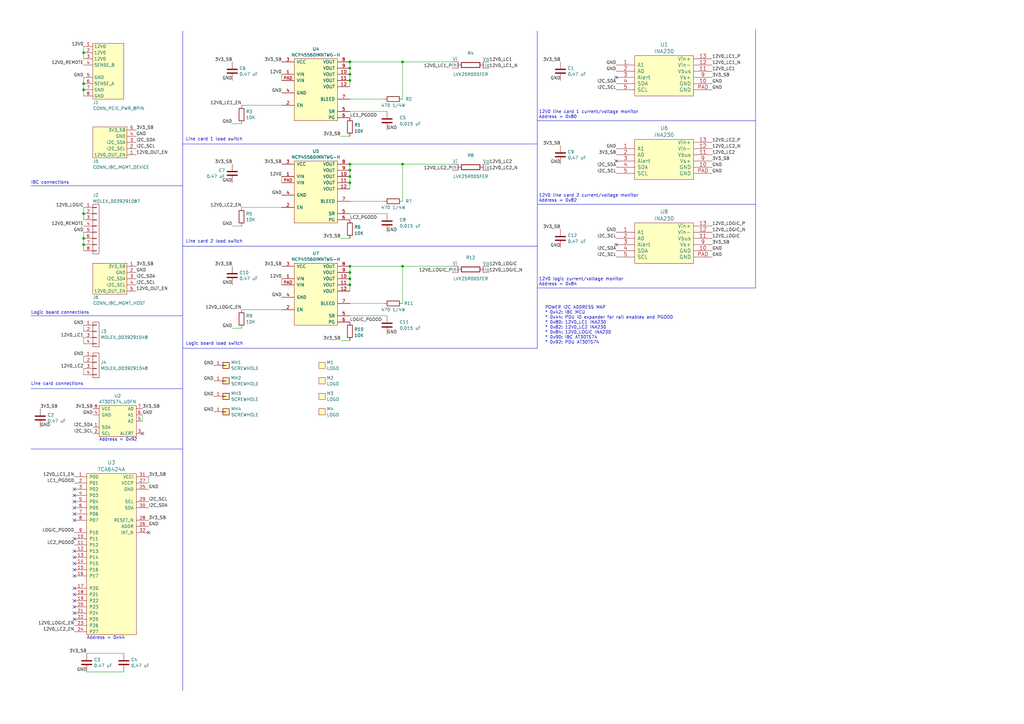
<source format=kicad_sch>
(kicad_sch (version 20231120) (generator "eeschema") (generator_version "8.0")
  (paper "A3")
  (title_block (title "LATENTRED Power Distribution Unit") (date "2024-12-30") (rev "0.1") (company "Antikernel Labs"))
  (lib_symbols
    (symbol "Connector:Conn_01x01" (pin_names (offset 1.016) hide)
      (property "Reference" "J" (at 0 2.54 0))
      (property "Value" "Conn_01x01" (at 0 -2.54 0))
      (symbol "Conn_01x01_1_1"
        (rectangle (start -1.27 0.127) (end 0 -0.127) (stroke (width 0.1524)))
        (rectangle (start -1.27 1.27) (end 1.27 -1.27) (stroke (width 0.254)) (fill (type background)))
        (pin passive line (at -5.08 0 0) (length 3.81) (name "Pin_1") (number "1"))
      )
    )
    (symbol "conn:CONN_01X04" (pin_names (offset 1.016) hide)
      (property "Reference" "J" (at 0 6.35 0))
      (property "Value" "CONN_01X04" (at 2.54 0 90))
      (symbol "CONN_01X04_0_1"
        (rectangle (start -1.27 -3.683) (end 0.254 -3.937))
        (rectangle (start -1.27 -1.143) (end 0.254 -1.397))
        (rectangle (start -1.27 1.397) (end 0.254 1.143))
        (rectangle (start -1.27 3.937) (end 0.254 3.683))
        (rectangle (start -1.27 5.08) (end 1.27 -5.08))
      )
      (symbol "CONN_01X04_1_1"
        (pin passive line (at -5.08 3.81 0) (length 3.81) (name "P1") (number "1"))
        (pin passive line (at -5.08 1.27 0) (length 3.81) (name "P2") (number "2"))
        (pin passive line (at -5.08 -1.27 0) (length 3.81) (name "P3") (number "3"))
        (pin passive line (at -5.08 -3.81 0) (length 3.81) (name "P4") (number "4"))
      )
    )
    (symbol "conn:CONN_01X08" (pin_names (offset 1.016) hide)
      (property "Reference" "J" (at 0 11.43 0))
      (property "Value" "CONN_01X08" (at 2.54 0 90))
      (symbol "CONN_01X08_0_1"
        (rectangle (start -1.27 -10.16) (end 1.27 10.16))
        (rectangle (start -1.27 -8.763) (end 0.254 -9.017))
        (rectangle (start -1.27 -6.223) (end 0.254 -6.477))
        (rectangle (start -1.27 -3.683) (end 0.254 -3.937))
        (rectangle (start -1.27 -1.143) (end 0.254 -1.397))
        (rectangle (start -1.27 1.397) (end 0.254 1.143))
        (rectangle (start -1.27 3.937) (end 0.254 3.683))
        (rectangle (start -1.27 6.477) (end 0.254 6.223))
        (rectangle (start -1.27 9.017) (end 0.254 8.763))
      )
      (symbol "CONN_01X08_1_1"
        (pin passive line (at -5.08 8.89 0) (length 3.81) (name "P1") (number "1"))
        (pin passive line (at -5.08 6.35 0) (length 3.81) (name "P2") (number "2"))
        (pin passive line (at -5.08 3.81 0) (length 3.81) (name "P3") (number "3"))
        (pin passive line (at -5.08 1.27 0) (length 3.81) (name "P4") (number "4"))
        (pin passive line (at -5.08 -1.27 0) (length 3.81) (name "P5") (number "5"))
        (pin passive line (at -5.08 -3.81 0) (length 3.81) (name "P6") (number "6"))
        (pin passive line (at -5.08 -6.35 0) (length 3.81) (name "P7") (number "7"))
        (pin passive line (at -5.08 -8.89 0) (length 3.81) (name "P8") (number "8"))
      )
    )
    (symbol "device:C" (pin_numbers hide) (pin_names (offset 0.254))
      (property "Reference" "C" (at 0.635 2.54 0))
      (property "Value" "C" (at 0.635 -2.54 0))
      (symbol "C_0_1"
        (polyline (pts (xy -2.032 -0.762) (xy 2.032 -0.762)) (stroke (width 0.508)))
        (polyline (pts (xy -2.032 0.762) (xy 2.032 0.762)) (stroke (width 0.508)))
      )
      (symbol "C_1_1"
        (pin passive line (at 0 3.81 270) (length 2.794) (name "~") (number "1"))
        (pin passive line (at 0 -3.81 90) (length 2.794) (name "~") (number "2"))
      )
    )
    (symbol "device:R" (pin_numbers hide) (pin_names (offset 0))
      (property "Reference" "R" (at 2.032 0 90))
      (property "Value" "R" (at 0 0 90))
      (symbol "R_0_1"
        (rectangle (start -1.016 -2.54) (end 1.016 2.54) (stroke (width 0.254)))
      )
      (symbol "R_1_1"
        (pin passive line (at 0 3.81 270) (length 1.27) (name "~") (number "1"))
        (pin passive line (at 0 -3.81 90) (length 1.27) (name "~") (number "2"))
      )
    )
    (symbol "passive-azonenberg:R-4TERM" (pin_numbers hide) (pin_names (offset 0))
      (property "Reference" "R" (at 2.032 0 90))
      (property "Value" "R-4TERM" (at 0 0 90))
      (symbol "R-4TERM_0_1"
        (rectangle (start -1.016 3.81) (end 1.016 -3.81) (stroke (width 0.3048)))
        (polyline (pts (xy -1.27 -5.08) (xy 1.27 -5.08)))
        (polyline (pts (xy 0 -5.08) (xy 0 -3.81)))
        (polyline (pts (xy -1.27 5.08) (xy 0 5.08) (xy 0 3.81) (xy 0 5.08) (xy 1.27 5.08)))
      )
      (symbol "R-4TERM_1_1"
        (pin power_out line (at -1.27 7.62 270) (length 2.54) (name "Ilo") (number "1"))
        (pin power_out line (at 1.27 7.62 270) (length 2.54) (name "Vo") (number "2"))
        (pin power_out line (at -1.27 -7.62 90) (length 2.54) (name "Ihi") (number "3"))
        (pin power_in line (at 1.27 -7.62 90) (length 2.54) (name "Vi") (number "4"))
      )
    )
    (symbol "power-azonenberg:CONN_IBC_MGMT_DEVICE"
      (property "Reference" "J" (at 0 -1.27 0))
      (property "Value" "CONN_IBC_MGMT_DEVICE" (at 0 -3.81 0))
      (symbol "CONN_IBC_MGMT_DEVICE_0_1"
        (rectangle (start 0 12.7) (end -13.97 0) (stroke (width 0.1524)) (fill (type background)))
      )
      (symbol "CONN_IBC_MGMT_DEVICE_1_1"
        (pin input line (at 3.81 1.27 180) (length 3.81) (name "12V0_OUT_EN") (number "1"))
        (pin bidirectional line (at 3.81 3.81 180) (length 3.81) (name "I2C_SCL") (number "2"))
        (pin bidirectional line (at 3.81 6.35 180) (length 3.81) (name "I2C_SDA") (number "3"))
        (pin power_in line (at 3.81 8.89 180) (length 3.81) (name "GND") (number "4"))
        (pin power_out line (at 3.81 11.43 180) (length 3.81) (name "3V3_SB") (number "5"))
      )
    )
    (symbol "power-azonenberg:CONN_IBC_MGMT_HOST"
      (property "Reference" "J" (at 0 -1.27 0))
      (property "Value" "CONN_IBC_MGMT_HOST" (at 0 -3.81 0))
      (symbol "CONN_IBC_MGMT_HOST_0_1"
        (rectangle (start 0 12.7) (end -13.97 0) (stroke (width 0.1524)) (fill (type background)))
      )
      (symbol "CONN_IBC_MGMT_HOST_1_1"
        (pin power_in line (at 3.81 11.43 180) (length 3.81) (name "3V3_SB") (number "1"))
        (pin power_in line (at 3.81 8.89 180) (length 3.81) (name "GND") (number "2"))
        (pin bidirectional line (at 3.81 6.35 180) (length 3.81) (name "I2C_SDA") (number "3"))
        (pin bidirectional line (at 3.81 3.81 180) (length 3.81) (name "I2C_SCL") (number "4"))
        (pin output line (at 3.81 1.27 180) (length 3.81) (name "12V0_OUT_EN") (number "5"))
      )
    )
    (symbol "power-azonenberg:CONN_PCIE_PWR_8PIN"
      (property "Reference" "J" (at 0 -1.27 0))
      (property "Value" "CONN_PCIE_PWR_8PIN" (at 0 -3.81 0))
      (symbol "CONN_PCIE_PWR_8PIN_0_1"
        (rectangle (start -12.7 22.86) (end 0 0) (stroke (width 0.1524)) (fill (type background)))
      )
      (symbol "CONN_PCIE_PWR_8PIN_1_1"
        (pin power_out line (at 3.81 21.59 180) (length 3.81) (name "12V0") (number "1"))
        (pin power_in line (at 3.81 19.05 180) (length 3.81) (name "12V0") (number "2"))
        (pin power_in line (at 3.81 16.51 180) (length 3.81) (name "12V0") (number "3"))
        (pin power_in line (at 3.81 13.97 180) (length 3.81) (name "SENSE_B") (number "4"))
        (pin power_out line (at 3.81 8.89 180) (length 3.81) (name "GND") (number "5"))
        (pin power_in line (at 3.81 6.35 180) (length 3.81) (name "SENSE_A") (number "6"))
        (pin power_in line (at 3.81 3.81 180) (length 3.81) (name "GND") (number "7"))
        (pin power_in line (at 3.81 1.27 180) (length 3.81) (name "GND") (number "8"))
      )
    )
    (symbol "power-azonenberg:NCP45560" (pin_names (offset 1.016))
      (property "Reference" "U" (at 1.27 -1.27 0))
      (property "Value" "NCP45560" (at 5.08 -3.81 0))
      (symbol "NCP45560_0_1"
        (rectangle (start 0 25.4) (end 17.78 0) (fill (type background)))
      )
      (symbol "NCP45560_1_1"
        (pin power_in line (at -5.08 19.05 0) (length 5.08) (name "VIN") (number "1"))
        (pin power_in line (at 22.86 19.05 180) (length 5.08) (name "VOUT") (number "10"))
        (pin power_out line (at 22.86 16.51 180) (length 5.08) (name "VOUT") (number "11"))
        (pin power_in line (at 22.86 13.97 180) (length 5.08) (name "VOUT") (number "12"))
        (pin input line (at -5.08 6.35 0) (length 5.08) (name "EN") (number "2"))
        (pin power_in line (at -5.08 24.13 0) (length 5.08) (name "VCC") (number "3"))
        (pin power_in line (at -5.08 11.43 0) (length 5.08) (name "GND") (number "4"))
        (pin passive line (at 22.86 3.81 180) (length 5.08) (name "SR") (number "5"))
        (pin open_collector line (at 22.86 1.27 180) (length 5.08) (name "PG") (number "6"))
        (pin passive line (at 22.86 8.89 180) (length 5.08) (name "BLEED") (number "7"))
        (pin power_in line (at 22.86 24.13 180) (length 5.08) (name "VOUT") (number "8"))
        (pin power_in line (at 22.86 21.59 180) (length 5.08) (name "VOUT") (number "9"))
        (pin power_in line (at -5.08 16.51 0) (length 5.08) (name "VIN") (number "PAD"))
      )
    )
    (symbol "special-azonenberg:AT30TS74_UDFN" (pin_names (offset 1.016))
      (property "Reference" "U" (at 0 -1.27 0))
      (property "Value" "AT30TS74_UDFN" (at 0 -3.81 0))
      (symbol "AT30TS74_UDFN_0_1"
        (rectangle (start 0 12.7) (end 15.24 0) (fill (type background)))
      )
      (symbol "AT30TS74_UDFN_1_1"
        (pin bidirectional line (at -2.54 3.81 0) (length 2.54) (name "SDA") (number "1"))
        (pin bidirectional line (at -2.54 1.27 0) (length 2.54) (name "SCL") (number "2"))
        (pin open_collector line (at 17.78 1.27 180) (length 2.54) (name "ALERT") (number "3"))
        (pin power_in line (at -2.54 8.89 0) (length 2.54) (name "GND") (number "4"))
        (pin input line (at 17.78 6.35 180) (length 2.54) (name "A2") (number "5"))
        (pin input line (at 17.78 8.89 180) (length 2.54) (name "A1") (number "6"))
        (pin input line (at 17.78 11.43 180) (length 2.54) (name "A0") (number "7"))
        (pin power_in line (at -2.54 11.43 0) (length 2.54) (name "VCC") (number "8"))
      )
    )
    (symbol "special-azonenberg:INA230" (pin_names (offset 1.016))
      (property "Reference" "U" (at 0 0 0))
      (property "Value" "INA230" (at 0 -2.54 0))
      (symbol "INA230_0_1"
        (rectangle (start -12.7 8.89) (end 11.43 -7.62) (fill (type background)))
      )
      (symbol "INA230_1_1"
        (pin input line (at -20.32 5.08 0) (length 7.62) (name "A1") (number "1"))
        (pin power_in line (at 19.05 -2.54 180) (length 7.62) (name "GND") (number "10"))
        (pin power_in line (at 19.05 2.54 180) (length 7.62) (name "Vbus") (number "11"))
        (pin power_in line (at 19.05 5.08 180) (length 7.62) (name "Vin-") (number "12"))
        (pin power_in line (at 19.05 7.62 180) (length 7.62) (name "Vin+") (number "13"))
        (pin input line (at -20.32 2.54 0) (length 7.62) (name "A0") (number "2"))
        (pin open_collector line (at -20.32 0 0) (length 7.62) (name "Alert") (number "3"))
        (pin bidirectional line (at -20.32 -2.54 0) (length 7.62) (name "SDA") (number "4"))
        (pin bidirectional line (at -20.32 -5.08 0) (length 7.62) (name "SCL") (number "5"))
        (pin power_in line (at 19.05 0 180) (length 7.62) (name "Vs+") (number "9"))
        (pin power_in line (at 19.05 -5.08 180) (length 7.62) (name "GND") (number "PAD"))
      )
    )
    (symbol "special-azonenberg:MECHANICAL" (pin_names (offset 1.016))
      (property "Reference" "M" (at 0 -2.54 0))
      (property "Value" "MECHANICAL" (at 0 -5.08 0))
      (symbol "MECHANICAL_0_1"
        (rectangle (start 0 1.27) (end 2.54 -1.27) (fill (type background)))
      )
    )
    (symbol "special-azonenberg:TCA6424A" (pin_names (offset 1.016))
      (property "Reference" "U" (at 0 -1.27 0))
      (property "Value" "TCA6424A" (at 0 -3.81 0))
      (symbol "TCA6424A_0_1"
        (rectangle (start 0 66.04) (end 20.32 0) (fill (type background)))
      )
      (symbol "TCA6424A_1_1"
        (pin bidirectional line (at -5.08 64.77 0) (length 5.08) (name "P00") (number "1"))
        (pin bidirectional line (at -5.08 39.37 0) (length 5.08) (name "P11") (number "10"))
        (pin bidirectional line (at -5.08 36.83 0) (length 5.08) (name "P12") (number "11"))
        (pin bidirectional line (at -5.08 34.29 0) (length 5.08) (name "P13") (number "12"))
        (pin bidirectional line (at -5.08 31.75 0) (length 5.08) (name "P14") (number "13"))
        (pin bidirectional line (at -5.08 29.21 0) (length 5.08) (name "P15") (number "14"))
        (pin bidirectional line (at -5.08 26.67 0) (length 5.08) (name "P16") (number "15"))
        (pin bidirectional line (at -5.08 24.13 0) (length 5.08) (name "P17") (number "16"))
        (pin bidirectional line (at -5.08 19.05 0) (length 5.08) (name "P20") (number "17"))
        (pin bidirectional line (at -5.08 16.51 0) (length 5.08) (name "P21") (number "18"))
        (pin bidirectional line (at -5.08 13.97 0) (length 5.08) (name "P22") (number "19"))
        (pin bidirectional line (at -5.08 62.23 0) (length 5.08) (name "P01") (number "2"))
        (pin bidirectional line (at -5.08 11.43 0) (length 5.08) (name "P23") (number "20"))
        (pin bidirectional line (at -5.08 8.89 0) (length 5.08) (name "P24") (number "21"))
        (pin bidirectional line (at -5.08 6.35 0) (length 5.08) (name "P25") (number "22"))
        (pin bidirectional line (at -5.08 3.81 0) (length 5.08) (name "P26") (number "23"))
        (pin bidirectional line (at -5.08 1.27 0) (length 5.08) (name "P27") (number "24"))
        (pin power_in line (at 25.4 59.69 180) (length 5.08) (name "GND") (number "25"))
        (pin input line (at 25.4 44.45 180) (length 5.08) (name "ADDR") (number "26"))
        (pin power_in line (at 25.4 62.23 180) (length 5.08) (name "VCCP") (number "27"))
        (pin input line (at 25.4 46.99 180) (length 5.08) (name "RESET_N") (number "28"))
        (pin input line (at 25.4 54.61 180) (length 5.08) (name "SCL") (number "29"))
        (pin bidirectional line (at -5.08 59.69 0) (length 5.08) (name "P02") (number "3"))
        (pin bidirectional line (at 25.4 52.07 180) (length 5.08) (name "SDA") (number "30"))
        (pin power_in line (at 25.4 64.77 180) (length 5.08) (name "VCCI") (number "31"))
        (pin open_collector line (at 25.4 41.91 180) (length 5.08) (name "INT_N") (number "32"))
        (pin bidirectional line (at -5.08 57.15 0) (length 5.08) (name "P03") (number "4"))
        (pin bidirectional line (at -5.08 54.61 0) (length 5.08) (name "P04") (number "5"))
        (pin bidirectional line (at -5.08 52.07 0) (length 5.08) (name "P05") (number "6"))
        (pin bidirectional line (at -5.08 49.53 0) (length 5.08) (name "P06") (number "7"))
        (pin bidirectional line (at -5.08 46.99 0) (length 5.08) (name "P07") (number "8"))
        (pin bidirectional line (at -5.08 41.91 0) (length 5.08) (name "P10") (number "9"))
      )
    )
  )
  (junction (at 34.29 21.59))
  (junction (at 143.51 27.94))
  (junction (at 143.51 33.02))
  (junction (at 143.51 72.39))
  (junction (at 165.1 109.22))
  (junction (at 143.51 74.93))
  (junction (at 34.29 34.29))
  (junction (at 143.51 25.4))
  (junction (at 143.51 109.22))
  (junction (at 165.1 25.4))
  (junction (at 143.51 111.76))
  (junction (at 143.51 30.48))
  (junction (at 34.29 87.63))
  (junction (at 143.51 69.85))
  (junction (at 165.1 67.31))
  (junction (at 34.29 97.79))
  (junction (at 143.51 114.3))
  (junction (at 143.51 67.31))
  (junction (at 34.29 100.33))
  (junction (at 143.51 116.84))
  (junction (at 34.29 36.83))
  (no_connect (at 30.48 236.22))
  (no_connect (at 60.96 218.44))
  (no_connect (at 30.48 203.2))
  (no_connect (at 30.48 200.66))
  (no_connect (at 30.48 231.14))
  (no_connect (at 30.48 226.06))
  (no_connect (at 30.48 208.28))
  (no_connect (at 58.42 177.8))
  (no_connect (at 30.48 228.6))
  (no_connect (at 30.48 246.38))
  (no_connect (at 252.73 100.33))
  (no_connect (at 30.48 248.92))
  (no_connect (at 30.48 220.98))
  (no_connect (at 252.73 66.04))
  (no_connect (at 30.48 213.36))
  (no_connect (at 30.48 241.3))
  (no_connect (at 30.48 254))
  (no_connect (at 30.48 233.68))
  (no_connect (at 252.73 31.75))
  (no_connect (at 30.48 205.74))
  (no_connect (at 30.48 243.84))
  (no_connect (at 30.48 251.46))
  (no_connect (at 30.48 210.82))
  (wire (pts (xy 143.51 109.22) (xy 165.1 109.22)))
  (wire (pts (xy 143.51 116.84) (xy 143.51 119.38)))
  (polyline (pts (xy 74.93 100.965) (xy 220.345 100.965)))
  (wire (pts (xy 34.29 31.75) (xy 34.29 34.29)))
  (wire (pts (xy 143.51 30.48) (xy 143.51 33.02)))
  (polyline (pts (xy 309.88 12.065) (xy 309.88 118.11)))
  (wire (pts (xy 99.06 43.18) (xy 115.57 43.18)))
  (wire (pts (xy 143.51 124.46) (xy 157.48 124.46)))
  (wire (pts (xy 34.29 133.35) (xy 34.29 135.89)))
  (polyline (pts (xy 220.345 83.82) (xy 309.88 83.82)))
  (wire (pts (xy 143.51 45.72) (xy 158.75 45.72)))
  (wire (pts (xy 143.51 72.39) (xy 143.51 74.93)))
  (wire (pts (xy 34.29 146.05) (xy 34.29 148.59)))
  (wire (pts (xy 34.29 21.59) (xy 34.29 24.13)))
  (wire (pts (xy 143.51 67.31) (xy 165.1 67.31)))
  (wire (pts (xy 143.51 25.4) (xy 165.1 25.4)))
  (wire (pts (xy 34.29 36.83) (xy 34.29 39.37)))
  (wire (pts (xy 34.29 151.13) (xy 34.29 153.67)))
  (wire (pts (xy 165.1 109.22) (xy 185.42 109.22)))
  (wire (pts (xy 34.29 97.79) (xy 34.29 100.33)))
  (wire (pts (xy 165.1 67.31) (xy 165.1 82.55)))
  (wire (pts (xy 143.51 114.3) (xy 143.51 116.84)))
  (wire (pts (xy 95.25 134.62) (xy 99.06 134.62)))
  (polyline (pts (xy 74.93 159.385) (xy 74.93 184.15)))
  (wire (pts (xy 34.29 100.33) (xy 34.29 102.87)))
  (wire (pts (xy 139.7 97.79) (xy 143.51 97.79)))
  (wire (pts (xy 143.51 33.02) (xy 143.51 35.56)))
  (wire (pts (xy 34.29 95.25) (xy 34.29 97.79)))
  (polyline (pts (xy 12.7 76.2) (xy 74.93 76.2)))
  (wire (pts (xy 165.1 67.31) (xy 185.42 67.31)))
  (wire (pts (xy 143.51 67.31) (xy 143.51 69.85)))
  (wire (pts (xy 165.1 25.4) (xy 185.42 25.4)))
  (wire (pts (xy 95.25 92.71) (xy 99.06 92.71)))
  (wire (pts (xy 165.1 109.22) (xy 165.1 124.46)))
  (polyline (pts (xy 74.93 12.7) (xy 74.93 76.2)))
  (wire (pts (xy 143.51 25.4) (xy 143.51 27.94)))
  (wire (pts (xy 139.7 55.88) (xy 143.51 55.88)))
  (polyline (pts (xy 12.7 184.15) (xy 74.93 184.15)))
  (wire (pts (xy 99.06 127) (xy 115.57 127)))
  (polyline (pts (xy 12.7 129.54) (xy 74.93 129.54)))
  (wire (pts (xy 60.96 195.58) (xy 60.96 198.12)))
  (wire (pts (xy 115.57 114.3) (xy 115.57 116.84)))
  (wire (pts (xy 115.57 30.48) (xy 115.57 33.02)))
  (wire (pts (xy 139.7 139.7) (xy 143.51 139.7)))
  (polyline (pts (xy 74.93 184.15) (xy 74.93 283.21)))
  (wire (pts (xy 165.1 25.4) (xy 165.1 40.64)))
  (wire (pts (xy 143.51 109.22) (xy 143.51 111.76)))
  (wire (pts (xy 115.57 72.39) (xy 115.57 74.93)))
  (wire (pts (xy 34.29 87.63) (xy 34.29 90.17)))
  (polyline (pts (xy 74.93 142.875) (xy 220.345 142.875)))
  (polyline (pts (xy 74.93 129.54) (xy 74.93 159.385)))
  (polyline (pts (xy 220.345 118.11) (xy 309.88 118.11)))
  (polyline (pts (xy 74.93 76.2) (xy 74.93 129.54)))
  (wire (pts (xy 34.29 138.43) (xy 34.29 140.97)))
  (wire (pts (xy 99.06 85.09) (xy 115.57 85.09)))
  (polyline (pts (xy 12.7 159.385) (xy 74.93 159.385)))
  (wire (pts (xy 35.56 267.97) (xy 50.8 267.97)))
  (wire (pts (xy 143.51 129.54) (xy 158.75 129.54)))
  (wire (pts (xy 34.29 85.09) (xy 34.29 87.63)))
  (wire (pts (xy 143.51 87.63) (xy 158.75 87.63)))
  (wire (pts (xy 34.29 19.05) (xy 34.29 21.59)))
  (wire (pts (xy 35.56 275.59) (xy 50.8 275.59)))
  (wire (pts (xy 143.51 82.55) (xy 157.48 82.55)))
  (wire (pts (xy 143.51 27.94) (xy 143.51 30.48)))
  (wire (pts (xy 143.51 111.76) (xy 143.51 114.3)))
  (wire (pts (xy 58.42 170.18) (xy 58.42 172.72)))
  (polyline (pts (xy 220.345 12.7) (xy 220.345 142.875)))
  (wire (pts (xy 143.51 69.85) (xy 143.51 72.39)))
  (polyline (pts (xy 74.93 59.055) (xy 220.345 59.055)))
  (wire (pts (xy 143.51 40.64) (xy 157.48 40.64)))
  (wire (pts (xy 34.29 34.29) (xy 34.29 36.83)))
  (polyline (pts (xy 220.345 49.53) (xy 309.88 49.53)))
  (wire (pts (xy 95.25 50.8) (xy 99.06 50.8)))
  (wire (pts (xy 143.51 74.93) (xy 143.51 77.47)))
  (text "12V0 line card 1 current/voltage monitor\nAddress = 0x80" (at 220.98 46.99 0) (effects (font (size 1.27 1.27)) (justify left)))
  (text "Line card connections" (at 12.7 157.48 0) (effects (font (size 1.27 1.27)) (justify left)))
  (text "12V0 line card 2 current/voltage monitor\nAddress = 0x82" (at 220.98 81.28 0) (effects (font (size 1.27 1.27)) (justify left)))
  (text "Address = 0x92" (at 40.64 180.34 0) (effects (font (size 1.27 1.27)) (justify left)))
  (text "Line card 1 load switch" (at 76.2 57.15 0) (effects (font (size 1.27 1.27)) (justify left)))
  (text "Address = 0x44" (at 35.56 261.62 0) (effects (font (size 1.27 1.27)) (justify left)))
  (text "POWER I2C ADDRESS MAP\n* 0x42: IBC MCU\n* 0x44: PDU IO expander for rail enables and PGOOD\n* 0x80: 12V0_LC1 INA230\n* 0x82: 12V0_LC2 INA230\n* 0x84: 12V0_LOGIC INA230\n* 0x90: IBC AT30TS74\n* 0x92: PDU AT30TS74" (at 223.52 133.35 0) (effects (font (size 1.27 1.27)) (justify left)))
  (text "Line card 2 load switch" (at 76.2 99.06 0) (effects (font (size 1.27 1.27)) (justify left)))
  (text "IBC connections" (at 12.7 74.93 0) (effects (font (size 1.27 1.27)) (justify left)))
  (text "12V0 logic current/voltage monitor\nAddress = 0x84" (at 220.98 115.57 0) (effects (font (size 1.27 1.27)) (justify left)))
  (text "Logic board load switch" (at 76.2 140.97 0) (effects (font (size 1.27 1.27)) (justify left)))
  (text "Logic board connections" (at 12.7 128.27 0) (effects (font (size 1.27 1.27)) (justify left)))
  (label "GND" (at 95.25 92.71 180))
  (label "LC1_PGOOD" (at 143.51 48.26 0))
  (label "GND" (at 95.25 116.84 180))
  (label "GND" (at 60.96 215.9 0))
  (label "I2C_SCL" (at 252.73 71.12 180))
  (label "GND" (at 252.73 29.21 180))
  (label "I2C_SCL" (at 252.73 105.41 180))
  (label "12V0_LOGIC_P" (at 292.1 92.71 0))
  (label "LC1_PGOOD" (at 30.48 198.12 180))
  (label "GND" (at 87.63 162.56 180))
  (label "3V3_SB" (at 38.1 167.64 180))
  (label "GND" (at 55.88 55.88 0))
  (label "3V3_SB" (at 115.57 67.31 180))
  (label "12V0_LC2_N" (at 200.66 69.85 0))
  (label "3V3_SB" (at 139.7 55.88 180))
  (label "12V0_LC2_P" (at 185.42 69.85 180))
  (label "I2C_SCL" (at 55.88 116.84 0))
  (label "12V0_LC1_EN" (at 30.48 195.58 180))
  (label "3V3_SB" (at 292.1 31.75 0))
  (label "12V0_LOGIC" (at 200.66 109.22 0))
  (label "12V0_LC2" (at 200.66 67.31 0))
  (label "12V0" (at 115.57 72.39 180))
  (label "GND" (at 115.57 80.01 180))
  (label "12V0_LOGIC_N" (at 200.66 111.76 0))
  (label "3V3_SB" (at 58.42 167.64 0))
  (label "12V0_LC2" (at 292.1 63.5 0))
  (label "I2C_SCL" (at 55.88 60.96 0))
  (label "12V0" (at 34.29 19.05 180))
  (label "3V3_SB" (at 16.51 167.64 0))
  (label "3V3_SB" (at 292.1 66.04 0))
  (label "12V0_LOGIC_EN" (at 30.48 256.54 180))
  (label "GND" (at 252.73 26.67 180))
  (label "12V0_LC1_P" (at 185.42 27.94 180))
  (label "12V0_LC2_P" (at 292.1 58.42 0))
  (label "GND" (at 87.63 168.91 180))
  (label "12V0_LC1_N" (at 292.1 26.67 0))
  (label "12V0_REMOTE" (at 34.29 92.71 180))
  (label "GND" (at 55.88 111.76 0))
  (label "GND" (at 292.1 71.12 0))
  (label "3V3_SB" (at 139.7 139.7 180))
  (label "3V3_SB" (at 139.7 97.79 180))
  (label "GND" (at 292.1 36.83 0))
  (label "GND" (at 252.73 95.25 180))
  (label "GND" (at 158.75 137.16 0))
  (label "3V3_SB" (at 55.88 109.22 0))
  (label "I2C_SDA" (at 252.73 68.58 180))
  (label "GND" (at 38.1 170.18 180))
  (label "12V0_LOGIC_P" (at 185.42 111.76 180))
  (label "GND" (at 95.25 33.02 180))
  (label "3V3_SB" (at 229.87 59.69 180))
  (label "12V0_LOGIC_EN" (at 99.06 127 180))
  (label "12V0_LC1_P" (at 292.1 24.13 0))
  (label "LC2_PGOOD" (at 143.51 90.17 0))
  (label "3V3_SB" (at 60.96 195.58 0))
  (label "I2C_SDA" (at 55.88 58.42 0))
  (label "12V0" (at 115.57 30.48 180))
  (label "12V0_LOGIC" (at 292.1 97.79 0))
  (label "GND" (at 252.73 60.96 180))
  (label "12V0_LC1" (at 292.1 29.21 0))
  (label "GND" (at 292.1 102.87 0))
  (label "I2C_SDA" (at 252.73 102.87 180))
  (label "GND" (at 34.29 133.35 180))
  (label "12V0_OUT_EN" (at 55.88 63.5 0))
  (label "GND" (at 60.96 200.66 0))
  (label "I2C_SDA" (at 38.1 175.26 180))
  (label "12V0_LC1" (at 200.66 25.4 0))
  (label "GND" (at 34.29 95.25 180))
  (label "GND" (at 95.25 50.8 180))
  (label "GND" (at 58.42 170.18 0))
  (label "GND" (at 158.75 95.25 0))
  (label "12V0_LC1_N" (at 200.66 27.94 0))
  (label "3V3_SB" (at 229.87 93.98 180))
  (label "12V0_OUT_EN" (at 55.88 119.38 0))
  (label "3V3_SB" (at 95.25 67.31 180))
  (label "GND" (at 87.63 156.21 180))
  (label "GND" (at 87.63 149.86 180))
  (label "GND" (at 95.25 134.62 180))
  (label "3V3_SB" (at 55.88 53.34 0))
  (label "3V3_SB" (at 229.87 25.4 180))
  (label "GND" (at 158.75 53.34 0))
  (label "I2C_SCL" (at 60.96 205.74 0))
  (label "12V0_LC2" (at 34.29 151.13 180))
  (label "12V0_LC2_EN" (at 30.48 259.08 180))
  (label "GND" (at 34.29 31.75 180))
  (label "3V3_SB" (at 95.25 25.4 180))
  (label "GND" (at 229.87 33.02 180))
  (label "3V3_SB" (at 252.73 63.5 180))
  (label "GND" (at 35.56 275.59 180))
  (label "12V0_REMOTE" (at 34.29 26.67 180))
  (label "3V3_SB" (at 35.56 267.97 180))
  (label "12V0_LOGIC" (at 34.29 85.09 180))
  (label "LOGIC_PGOOD" (at 30.48 218.44 180))
  (label "I2C_SCL" (at 252.73 36.83 180))
  (label "I2C_SDA" (at 60.96 208.28 0))
  (label "3V3_SB" (at 292.1 100.33 0))
  (label "GND" (at 292.1 68.58 0))
  (label "GND" (at 34.29 146.05 180))
  (label "I2C_SDA" (at 55.88 114.3 0))
  (label "3V3_SB" (at 95.25 109.22 180))
  (label "GND" (at 115.57 121.92 180))
  (label "GND" (at 115.57 38.1 180))
  (label "12V0_LC2_EN" (at 99.06 85.09 180))
  (label "3V3_SB" (at 115.57 109.22 180))
  (label "GND" (at 16.51 175.26 0))
  (label "I2C_SCL" (at 38.1 177.8 180))
  (label "3V3_SB" (at 60.96 213.36 0))
  (label "LC2_PGOOD" (at 30.48 223.52 180))
  (label "I2C_SDA" (at 252.73 34.29 180))
  (label "12V0_LOGIC_N" (at 292.1 95.25 0))
  (label "12V0_LC2_N" (at 292.1 60.96 0))
  (label "GND" (at 292.1 34.29 0))
  (label "GND" (at 229.87 67.31 180))
  (label "GND" (at 229.87 101.6 180))
  (label "I2C_SCL" (at 252.73 97.79 180))
  (label "12V0_LC1_EN" (at 99.06 43.18 180))
  (label "12V0_LC1" (at 34.29 138.43 180))
  (label "GND" (at 292.1 105.41 0))
  (label "12V0" (at 115.57 114.3 180))
  (label "3V3_SB" (at 115.57 25.4 180))
  (label "GND" (at 95.25 74.93 180))
  (label "LOGIC_PGOOD" (at 143.51 132.08 0))
  (symbol (lib_id "Connector:Conn_01x01") (at 92.71 168.91 0) (unit 1)
    (property "Reference" "MH4" (at 94.742 167.6978 0) (effects (justify left)))
    (property "Value" "SCREWHOLE" (at 94.742 170.1221 0) (effects (justify left)))
    (property "Footprint" "azonenberg_pcb:MECHANICAL_CLEARANCEHOLE_4_40" (effects (hide yes)))
    (property "Description" "Generic connector, single row, 01x01" (effects (hide yes)))
  )
  (symbol (lib_id "conn:CONN_01X04") (at 39.37 137.16 0) (unit 1)
    (property "Reference" "J3" (at 41.275 135.9478 0) (effects (justify left)))
    (property "Value" "MOLEX_0039291048" (at 41.275 138.3721 0) (effects (justify left)))
    (property "Footprint" "azonenberg_pcb:CONN_MOLEX_MINIFITJR_4POS_0039291048" (effects (hide yes)))
    (property "Description" "Connector, single row, 01x04, pin header" (effects (hide yes)))
  )
  (symbol (lib_id "device:C") (at 35.56 271.78 0) (unit 1)
    (property "Reference" "C3" (at 38.481 270.5678 0) (effects (justify left)))
    (property "Value" "0.47 uF" (at 38.481 272.9921 0) (effects (justify left)))
    (property "Footprint" "azonenberg_pcb:EIA_0402_CAP_NOSILK" (effects (hide yes)))
    (property "Description" "Unpolarized capacitor" (effects (hide yes)))
  )
  (symbol (lib_id "conn:CONN_01X04") (at 39.37 149.86 0) (unit 1)
    (property "Reference" "J4" (at 41.275 148.6478 0) (effects (justify left)))
    (property "Value" "MOLEX_0039291048" (at 41.275 151.0721 0) (effects (justify left)))
    (property "Footprint" "azonenberg_pcb:CONN_MOLEX_MINIFITJR_4POS_0039291048" (effects (hide yes)))
    (property "Description" "Connector, single row, 01x04, pin header" (effects (hide yes)))
  )
  (symbol (lib_id "special-azonenberg:INA230") (at 273.05 31.75 0) (unit 1)
    (property "Reference" "U1" (at 272.415 18.2296 0) (effects (font (size 1.524 1.524))))
    (property "Value" "INA230" (at 272.415 21.0625 0) (effects (font (size 1.524 1.524))))
    (property "Footprint" "azonenberg_pcb:QFN_16_0.5MM_3x3MM" (effects (hide yes)))
  )
  (symbol (lib_id "passive-azonenberg:R-4TERM") (at 193.04 110.49 270) (mirror x) (unit 1)
    (property "Reference" "R12" (at 193.04 105.6472 90))
    (property "Value" "LVK25R005FER" (at 193.04 114.3 90))
    (property "Footprint" "azonenberg_pcb:OHMITE_LVK25" (effects (hide yes)))
  )
  (symbol (lib_id "device:C") (at 95.25 71.12 0) (mirror y) (unit 1)
    (property "Reference" "C7" (at 92.329 69.9078 0) (effects (justify left)))
    (property "Value" "0.47 uF" (at 92.329 72.3321 0) (effects (justify left)))
    (property "Footprint" "azonenberg_pcb:EIA_0402_CAP_NOSILK" (effects (hide yes)))
    (property "Description" "Unpolarized capacitor" (effects (hide yes)))
  )
  (symbol (lib_id "special-azonenberg:INA230") (at 273.05 66.04 0) (unit 1)
    (property "Reference" "U6" (at 272.415 52.5196 0) (effects (font (size 1.524 1.524))))
    (property "Value" "INA230" (at 272.415 55.3525 0) (effects (font (size 1.524 1.524))))
    (property "Footprint" "azonenberg_pcb:QFN_16_0.5MM_3x3MM" (effects (hide yes)))
  )
  (symbol (lib_id "power-azonenberg:CONN_PCIE_PWR_8PIN") (at 38.1 40.64 0) (mirror y) (unit 1)
    (property "Reference" "J1" (at 38.1 42.0257 0) (effects (justify right)))
    (property "Value" "CONN_PCIE_PWR_8PIN" (at 38.1 44.45 0) (effects (justify right)))
    (property "Footprint" "azonenberg_pcb:CONN_MOLEX_MINIFITJR_8POS_0039291087" (effects (hide yes)))
  )
  (symbol (lib_id "passive-azonenberg:R-4TERM") (at 193.04 26.67 270) (mirror x) (unit 1)
    (property "Reference" "R4" (at 193.04 21.8272 90))
    (property "Value" "LVK25R005FER" (at 193.04 30.48 90))
    (property "Footprint" "azonenberg_pcb:OHMITE_LVK25" (effects (hide yes)))
  )
  (symbol (lib_id "device:C") (at 95.25 29.21 0) (unit 1)
    (property "Reference" "C6" (at 98.171 27.9978 0) (effects (justify left)))
    (property "Value" "0.47 uF" (at 98.171 30.4221 0) (effects (justify left)))
    (property "Footprint" "azonenberg_pcb:EIA_0402_CAP_NOSILK" (effects (hide yes)))
    (property "Description" "Unpolarized capacitor" (effects (hide yes)))
  )
  (symbol (lib_id "passive-azonenberg:R-4TERM") (at 193.04 68.58 270) (mirror x) (unit 1)
    (property "Reference" "R8" (at 193.04 63.7372 90))
    (property "Value" "LVK25R005FER" (at 193.04 72.39 90))
    (property "Footprint" "azonenberg_pcb:OHMITE_LVK25" (effects (hide yes)))
  )
  (symbol (lib_id "power-azonenberg:CONN_IBC_MGMT_DEVICE") (at 52.07 64.77 0) (unit 1)
    (property "Reference" "J5" (at 38.1 66.1557 0) (effects (justify left)))
    (property "Value" "CONN_IBC_MGMT_DEVICE" (at 38.1 68.58 0) (effects (justify left)))
    (property "Footprint" "azonenberg_pcb:CONN_MOLEX_PICOBLADE_5POS_0532610571" (effects (hide yes)))
  )
  (symbol (lib_id "device:C") (at 229.87 97.79 0) (unit 1)
    (property "Reference" "C12" (at 232.791 96.5778 0) (effects (justify left)))
    (property "Value" "0.47 uF" (at 232.791 99.0021 0) (effects (justify left)))
    (property "Footprint" "azonenberg_pcb:EIA_0402_CAP_NOSILK" (effects (hide yes)))
    (property "Description" "Unpolarized capacitor" (effects (hide yes)))
  )
  (symbol (lib_id "special-azonenberg:AT30TS74_UDFN") (at 40.64 179.07 0) (unit 1)
    (property "Reference" "U2" (at 48.26 162.3525 0))
    (property "Value" "AT30TS74_UDFN" (at 48.26 164.7768 0))
    (property "Footprint" "azonenberg_pcb:DFN_8_0.5MM_2x3MM_TALL" (effects (hide yes)))
  )
  (symbol (lib_id "device:R") (at 161.29 40.64 90) (unit 1)
    (property "Reference" "R2" (at 167.64 40.64 90))
    (property "Value" "470 1/4W" (at 161.29 43.18 90))
    (property "Footprint" "azonenberg_pcb:EIA_0603_RES_NOSILK" (effects (hide yes)))
  )
  (symbol (lib_id "power-azonenberg:NCP45560") (at 120.65 91.44 0) (unit 1)
    (property "Reference" "U5" (at 129.54 62.0225 0))
    (property "Value" "NCP45560IMNTWG-H" (at 129.54 64.4468 0))
    (property "Footprint" "azonenberg_pcb:DFN_12_0.5MM_3x3MM" (effects (hide yes)))
  )
  (symbol (lib_id "device:R") (at 99.06 130.81 0) (unit 1)
    (property "Reference" "R9" (at 100.838 129.5978 0) (effects (justify left)))
    (property "Value" "10K" (at 100.838 132.0221 0) (effects (justify left)))
    (property "Footprint" "azonenberg_pcb:EIA_0402_RES_NOSILK" (effects (hide yes)))
    (property "Description" "Resistor" (effects (hide yes)))
  )
  (symbol (lib_id "device:R") (at 99.06 88.9 0) (unit 1)
    (property "Reference" "R5" (at 100.838 87.6878 0) (effects (justify left)))
    (property "Value" "10K" (at 100.838 90.1121 0) (effects (justify left)))
    (property "Footprint" "azonenberg_pcb:EIA_0402_RES_NOSILK" (effects (hide yes)))
    (property "Description" "Resistor" (effects (hide yes)))
  )
  (symbol (lib_id "special-azonenberg:MECHANICAL") (at 130.81 168.91 0) (unit 1)
    (property "Reference" "M4" (at 133.985 167.6978 0) (effects (justify left)))
    (property "Value" "LOGO" (at 133.985 170.1221 0) (effects (justify left)))
    (property "Footprint" "w_logo:Logo_silk_OSHW_6x6mm" (effects (hide yes)))
  )
  (symbol (lib_id "special-azonenberg:MECHANICAL") (at 130.81 162.56 0) (unit 1)
    (property "Reference" "M3" (at 133.985 161.3478 0) (effects (justify left)))
    (property "Value" "LOGO" (at 133.985 163.7721 0) (effects (justify left)))
    (property "Footprint" "w_logo:Logo_silk_ROHS_5x2.8mm" (effects (hide yes)))
  )
  (symbol (lib_id "device:C") (at 158.75 91.44 0) (unit 1)
    (property "Reference" "C8" (at 163.83 90.17 0) (effects (justify left)))
    (property "Value" "0.015 uF" (at 163.83 92.7069 0) (effects (justify left)))
    (property "Footprint" "azonenberg_pcb:EIA_0603_CAP_NOSILK" (effects (hide yes)))
  )
  (symbol (lib_id "device:C") (at 95.25 113.03 0) (unit 1)
    (property "Reference" "C10" (at 98.171 111.8178 0) (effects (justify left)))
    (property "Value" "0.47 uF" (at 98.171 114.2421 0) (effects (justify left)))
    (property "Footprint" "azonenberg_pcb:EIA_0402_CAP_NOSILK" (effects (hide yes)))
    (property "Description" "Unpolarized capacitor" (effects (hide yes)))
  )
  (symbol (lib_id "device:R") (at 143.51 135.89 0) (unit 1)
    (property "Reference" "R10" (at 145.288 135.0553 0) (effects (justify left)))
    (property "Value" "10K" (at 145.288 137.5922 0) (effects (justify left)))
    (property "Footprint" "azonenberg_pcb:EIA_0402_RES_NOSILK" (effects (hide yes)))
  )
  (symbol (lib_id "power-azonenberg:NCP45560") (at 120.65 133.35 0) (unit 1)
    (property "Reference" "U7" (at 129.54 103.9325 0))
    (property "Value" "NCP45560IMNTWG-H" (at 129.54 106.3568 0))
    (property "Footprint" "azonenberg_pcb:DFN_12_0.5MM_3x3MM" (effects (hide yes)))
  )
  (symbol (lib_id "conn:CONN_01X08") (at 39.37 93.98 0) (unit 1)
    (property "Reference" "J2" (at 38.1 80.0131 0) (effects (justify left)))
    (property "Value" "MOLEX_0039291087" (at 38.1 82.55 0) (effects (justify left)))
    (property "Footprint" "azonenberg_pcb:CONN_MOLEX_MINIFITJR_8POS_0039291087" (effects (hide yes)))
  )
  (symbol (lib_id "device:R") (at 161.29 124.46 90) (unit 1)
    (property "Reference" "R11" (at 167.64 124.46 90))
    (property "Value" "470 1/4W" (at 161.29 127 90))
    (property "Footprint" "azonenberg_pcb:EIA_0603_RES_NOSILK" (effects (hide yes)))
  )
  (symbol (lib_id "device:R") (at 99.06 46.99 0) (unit 1)
    (property "Reference" "R3" (at 100.838 45.7778 0) (effects (justify left)))
    (property "Value" "10K" (at 100.838 48.2021 0) (effects (justify left)))
    (property "Footprint" "azonenberg_pcb:EIA_0402_RES_NOSILK" (effects (hide yes)))
    (property "Description" "Resistor" (effects (hide yes)))
  )
  (symbol (lib_id "Connector:Conn_01x01") (at 92.71 162.56 0) (unit 1)
    (property "Reference" "MH3" (at 94.742 161.3478 0) (effects (justify left)))
    (property "Value" "SCREWHOLE" (at 94.742 163.7721 0) (effects (justify left)))
    (property "Footprint" "azonenberg_pcb:MECHANICAL_CLEARANCEHOLE_4_40" (effects (hide yes)))
    (property "Description" "Generic connector, single row, 01x01" (effects (hide yes)))
  )
  (symbol (lib_id "power-azonenberg:CONN_IBC_MGMT_HOST") (at 52.07 120.65 0) (unit 1)
    (property "Reference" "J6" (at 38.1 121.92 0) (effects (justify left)))
    (property "Value" "CONN_IBC_MGMT_HOST" (at 38.1 124.3443 0) (effects (justify left)))
    (property "Footprint" "azonenberg_pcb:CONN_MOLEX_PICOBLADE_5POS_0532610571" (effects (hide yes)))
  )
  (symbol (lib_id "special-azonenberg:INA230") (at 273.05 100.33 0) (unit 1)
    (property "Reference" "U8" (at 272.415 86.8096 0) (effects (font (size 1.524 1.524))))
    (property "Value" "INA230" (at 272.415 89.6425 0) (effects (font (size 1.524 1.524))))
    (property "Footprint" "azonenberg_pcb:QFN_16_0.5MM_3x3MM" (effects (hide yes)))
  )
  (symbol (lib_id "device:C") (at 16.51 171.45 0) (unit 1)
    (property "Reference" "C2" (at 19.431 170.2378 0) (effects (justify left)))
    (property "Value" "0.47 uF" (at 19.431 172.6621 0) (effects (justify left)))
    (property "Footprint" "azonenberg_pcb:EIA_0402_CAP_NOSILK" (effects (hide yes)))
    (property "Description" "Unpolarized capacitor" (effects (hide yes)))
  )
  (symbol (lib_id "device:C") (at 158.75 49.53 0) (unit 1)
    (property "Reference" "C5" (at 163.83 48.26 0) (effects (justify left)))
    (property "Value" "0.015 uF" (at 163.83 50.7969 0) (effects (justify left)))
    (property "Footprint" "azonenberg_pcb:EIA_0603_CAP_NOSILK" (effects (hide yes)))
  )
  (symbol (lib_id "device:C") (at 158.75 133.35 0) (unit 1)
    (property "Reference" "C11" (at 163.83 132.08 0) (effects (justify left)))
    (property "Value" "0.015 uF" (at 163.83 134.6169 0) (effects (justify left)))
    (property "Footprint" "azonenberg_pcb:EIA_0603_CAP_NOSILK" (effects (hide yes)))
  )
  (symbol (lib_id "device:R") (at 143.51 93.98 0) (unit 1)
    (property "Reference" "R6" (at 145.288 93.1453 0) (effects (justify left)))
    (property "Value" "10K" (at 145.288 95.6822 0) (effects (justify left)))
    (property "Footprint" "azonenberg_pcb:EIA_0402_RES_NOSILK" (effects (hide yes)))
  )
  (symbol (lib_id "special-azonenberg:MECHANICAL") (at 130.81 156.21 0) (unit 1)
    (property "Reference" "M2" (at 133.985 154.9978 0) (effects (justify left)))
    (property "Value" "LOGO" (at 133.985 157.4221 0) (effects (justify left)))
    (property "Footprint" "w_logo:Logo_silk_WEEE_3.4x5mm" (effects (hide yes)))
  )
  (symbol (lib_id "Connector:Conn_01x01") (at 92.71 149.86 0) (unit 1)
    (property "Reference" "MH1" (at 94.742 148.6478 0) (effects (justify left)))
    (property "Value" "SCREWHOLE" (at 94.742 151.0721 0) (effects (justify left)))
    (property "Footprint" "azonenberg_pcb:MECHANICAL_CLEARANCEHOLE_4_40" (effects (hide yes)))
    (property "Description" "Generic connector, single row, 01x01" (effects (hide yes)))
  )
  (symbol (lib_id "device:R") (at 161.29 82.55 90) (unit 1)
    (property "Reference" "R7" (at 167.64 82.55 90))
    (property "Value" "470 1/4W" (at 161.29 85.09 90))
    (property "Footprint" "azonenberg_pcb:EIA_0603_RES_NOSILK" (effects (hide yes)))
  )
  (symbol (lib_id "special-azonenberg:MECHANICAL") (at 130.81 149.86 0) (unit 1)
    (property "Reference" "M1" (at 133.985 148.6478 0) (effects (justify left)))
    (property "Value" "LOGO" (at 133.985 151.0721 0) (effects (justify left)))
    (property "Footprint" "azonenberg_pcb:LONGTHING-1200DPI" (effects (hide yes)))
  )
  (symbol (lib_id "device:C") (at 229.87 63.5 0) (unit 1)
    (property "Reference" "C9" (at 232.791 62.2878 0) (effects (justify left)))
    (property "Value" "0.47 uF" (at 232.791 64.7121 0) (effects (justify left)))
    (property "Footprint" "azonenberg_pcb:EIA_0402_CAP_NOSILK" (effects (hide yes)))
    (property "Description" "Unpolarized capacitor" (effects (hide yes)))
  )
  (symbol (lib_id "power-azonenberg:NCP45560") (at 120.65 49.53 0) (unit 1)
    (property "Reference" "U4" (at 129.54 20.1125 0))
    (property "Value" "NCP45560IMNTWG-H" (at 129.54 22.5368 0))
    (property "Footprint" "azonenberg_pcb:DFN_12_0.5MM_3x3MM" (effects (hide yes)))
  )
  (symbol (lib_id "Connector:Conn_01x01") (at 92.71 156.21 0) (unit 1)
    (property "Reference" "MH2" (at 94.742 154.9978 0) (effects (justify left)))
    (property "Value" "SCREWHOLE" (at 94.742 157.4221 0) (effects (justify left)))
    (property "Footprint" "azonenberg_pcb:MECHANICAL_CLEARANCEHOLE_4_40" (effects (hide yes)))
    (property "Description" "Generic connector, single row, 01x01" (effects (hide yes)))
  )
  (symbol (lib_id "device:C") (at 229.87 29.21 0) (unit 1)
    (property "Reference" "C1" (at 232.791 27.9978 0) (effects (justify left)))
    (property "Value" "0.47 uF" (at 232.791 30.4221 0) (effects (justify left)))
    (property "Footprint" "azonenberg_pcb:EIA_0402_CAP_NOSILK" (effects (hide yes)))
    (property "Description" "Unpolarized capacitor" (effects (hide yes)))
  )
  (symbol (lib_id "device:C") (at 50.8 271.78 0) (unit 1)
    (property "Reference" "C4" (at 53.721 270.5678 0) (effects (justify left)))
    (property "Value" "0.47 uF" (at 53.721 272.9921 0) (effects (justify left)))
    (property "Footprint" "azonenberg_pcb:EIA_0402_CAP_NOSILK" (effects (hide yes)))
    (property "Description" "Unpolarized capacitor" (effects (hide yes)))
  )
  (symbol (lib_id "special-azonenberg:TCA6424A") (at 35.56 260.35 0) (unit 1)
    (property "Reference" "U3" (at 45.72 189.6796 0) (effects (font (size 1.524 1.524))))
    (property "Value" "TCA6424A" (at 45.72 192.5125 0) (effects (font (size 1.524 1.524))))
    (property "Footprint" "azonenberg_pcb:QFN_32_0.5MM_5x5MM" (effects (hide yes)))
  )
  (symbol (lib_id "device:R") (at 143.51 52.07 0) (unit 1)
    (property "Reference" "R1" (at 145.288 51.2353 0) (effects (justify left)))
    (property "Value" "10K" (at 145.288 53.7722 0) (effects (justify left)))
    (property "Footprint" "azonenberg_pcb:EIA_0402_RES_NOSILK" (effects (hide yes)))
  )
)
</source>
